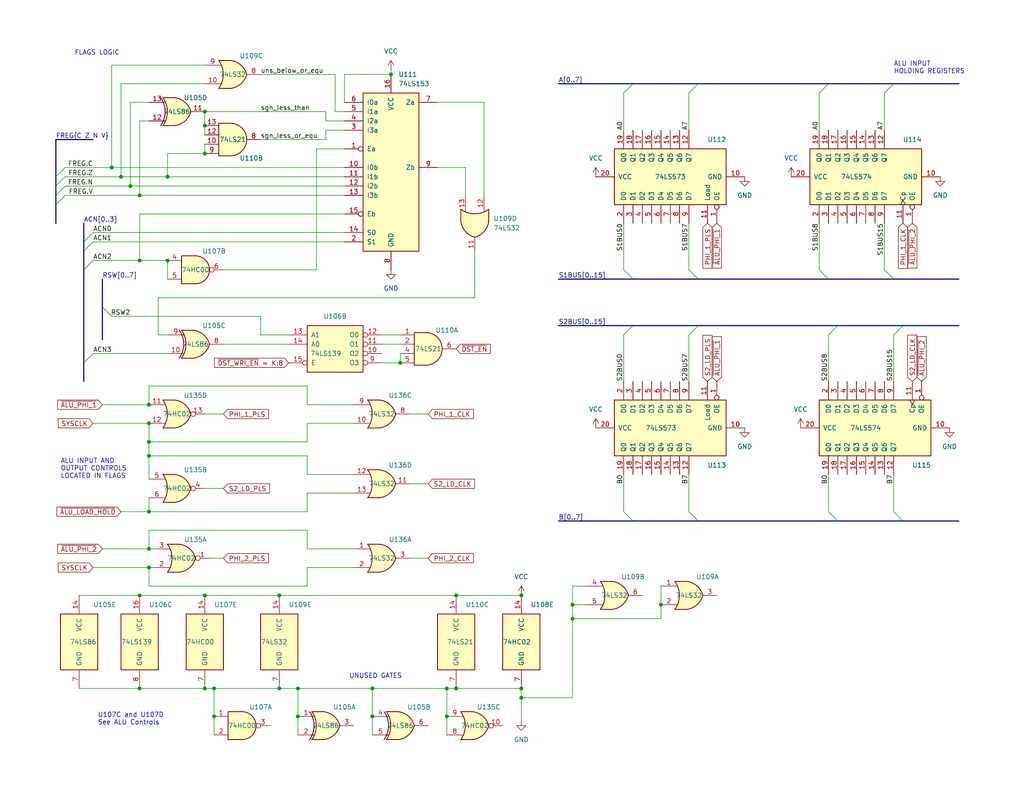
<source format=kicad_sch>
(kicad_sch (version 20230121) (generator eeschema)
  (paper "USLetter")
  (title_block (title "YARC Flag Logic"))
  (lib_symbols
    (symbol "74xx:74HC00" (pin_names (offset 1.016))
      (property "Reference" "U" (at 0 1.27 0))
      (property "Value" "74HC00" (at 0 -1.27 0))
      (symbol "74HC00_1_1"
        (pin input line (at -7.62 2.54 0) (length 3.81) (name "~") (number "1"))
        (pin input line (at -7.62 -2.54 0) (length 3.81) (name "~") (number "2"))
        (pin output inverted (at 7.62 0 180) (length 3.81) (name "~") (number "3"))
      )
      (symbol "74HC00_1_2"
        (pin input inverted (at -7.62 2.54 0) (length 4.318) (name "~") (number "1"))
        (pin input inverted (at -7.62 -2.54 0) (length 4.318) (name "~") (number "2"))
        (pin output line (at 7.62 0 180) (length 3.81) (name "~") (number "3"))
      )
      (symbol "74HC00_2_1"
        (pin input line (at -7.62 2.54 0) (length 3.81) (name "~") (number "4"))
        (pin input line (at -7.62 -2.54 0) (length 3.81) (name "~") (number "5"))
        (pin output inverted (at 7.62 0 180) (length 3.81) (name "~") (number "6"))
      )
      (symbol "74HC00_2_2"
        (pin input inverted (at -7.62 2.54 0) (length 4.318) (name "~") (number "4"))
        (pin input inverted (at -7.62 -2.54 0) (length 4.318) (name "~") (number "5"))
        (pin output line (at 7.62 0 180) (length 3.81) (name "~") (number "6"))
      )
      (symbol "74HC00_3_1"
        (pin input line (at -7.62 -2.54 0) (length 3.81) (name "~") (number "10"))
        (pin output inverted (at 7.62 0 180) (length 3.81) (name "~") (number "8"))
        (pin input line (at -7.62 2.54 0) (length 3.81) (name "~") (number "9"))
      )
      (symbol "74HC00_3_2"
        (pin input inverted (at -7.62 -2.54 0) (length 4.318) (name "~") (number "10"))
        (pin output line (at 7.62 0 180) (length 3.81) (name "~") (number "8"))
        (pin input inverted (at -7.62 2.54 0) (length 4.318) (name "~") (number "9"))
      )
      (symbol "74HC00_4_1"
        (pin output inverted (at 7.62 0 180) (length 3.81) (name "~") (number "11"))
        (pin input line (at -7.62 2.54 0) (length 3.81) (name "~") (number "12"))
        (pin input line (at -7.62 -2.54 0) (length 3.81) (name "~") (number "13"))
      )
      (symbol "74HC00_4_2"
        (pin output line (at 7.62 0 180) (length 3.81) (name "~") (number "11"))
        (pin input inverted (at -7.62 2.54 0) (length 4.318) (name "~") (number "12"))
        (pin input inverted (at -7.62 -2.54 0) (length 4.318) (name "~") (number "13"))
      )
      (symbol "74HC00_5_0"
        (pin power_in line (at 0 12.7 270) (length 5.08) (name "VCC") (number "14"))
        (pin power_in line (at 0 -12.7 90) (length 5.08) (name "GND") (number "7"))
      )
    )
    (symbol "74xx:74HC02" (pin_names (offset 1.016))
      (property "Reference" "U" (at 0 1.27 0))
      (property "Value" "74HC02" (at 0 -1.27 0))
      (symbol "74HC02_1_1"
        (pin output inverted (at 7.62 0 180) (length 3.81) (name "~") (number "1"))
        (pin input line (at -7.62 2.54 0) (length 4.318) (name "~") (number "2"))
        (pin input line (at -7.62 -2.54 0) (length 4.318) (name "~") (number "3"))
      )
      (symbol "74HC02_1_2"
        (pin output line (at 7.62 0 180) (length 3.81) (name "~") (number "1"))
        (pin input inverted (at -7.62 2.54 0) (length 3.81) (name "~") (number "2"))
        (pin input inverted (at -7.62 -2.54 0) (length 3.81) (name "~") (number "3"))
      )
      (symbol "74HC02_2_1"
        (pin output inverted (at 7.62 0 180) (length 3.81) (name "~") (number "4"))
        (pin input line (at -7.62 2.54 0) (length 4.318) (name "~") (number "5"))
        (pin input line (at -7.62 -2.54 0) (length 4.318) (name "~") (number "6"))
      )
      (symbol "74HC02_2_2"
        (pin output line (at 7.62 0 180) (length 3.81) (name "~") (number "4"))
        (pin input inverted (at -7.62 2.54 0) (length 3.81) (name "~") (number "5"))
        (pin input inverted (at -7.62 -2.54 0) (length 3.81) (name "~") (number "6"))
      )
      (symbol "74HC02_3_1"
        (pin output inverted (at 7.62 0 180) (length 3.81) (name "~") (number "10"))
        (pin input line (at -7.62 2.54 0) (length 4.318) (name "~") (number "8"))
        (pin input line (at -7.62 -2.54 0) (length 4.318) (name "~") (number "9"))
      )
      (symbol "74HC02_3_2"
        (pin output line (at 7.62 0 180) (length 3.81) (name "~") (number "10"))
        (pin input inverted (at -7.62 2.54 0) (length 3.81) (name "~") (number "8"))
        (pin input inverted (at -7.62 -2.54 0) (length 3.81) (name "~") (number "9"))
      )
      (symbol "74HC02_4_1"
        (pin input line (at -7.62 2.54 0) (length 4.318) (name "~") (number "11"))
        (pin input line (at -7.62 -2.54 0) (length 4.318) (name "~") (number "12"))
        (pin output inverted (at 7.62 0 180) (length 3.81) (name "~") (number "13"))
      )
      (symbol "74HC02_4_2"
        (pin input inverted (at -7.62 2.54 0) (length 3.81) (name "~") (number "11"))
        (pin input inverted (at -7.62 -2.54 0) (length 3.81) (name "~") (number "12"))
        (pin output line (at 7.62 0 180) (length 3.81) (name "~") (number "13"))
      )
      (symbol "74HC02_5_0"
        (pin power_in line (at 0 12.7 270) (length 5.08) (name "VCC") (number "14"))
        (pin power_in line (at 0 -12.7 90) (length 5.08) (name "GND") (number "7"))
      )
    )
    (symbol "74xx:74LS139" (pin_names (offset 1.016))
      (property "Reference" "U" (at -7.62 8.89 0))
      (property "Value" "74LS139" (at -7.62 -8.89 0))
      (symbol "74LS139_1_0"
        (pin input inverted (at -12.7 -5.08 0) (length 5.08) (name "E") (number "1"))
        (pin input line (at -12.7 0 0) (length 5.08) (name "A0") (number "2"))
        (pin input line (at -12.7 2.54 0) (length 5.08) (name "A1") (number "3"))
        (pin output inverted (at 12.7 2.54 180) (length 5.08) (name "O0") (number "4"))
        (pin output inverted (at 12.7 0 180) (length 5.08) (name "O1") (number "5"))
        (pin output inverted (at 12.7 -2.54 180) (length 5.08) (name "O2") (number "6"))
        (pin output inverted (at 12.7 -5.08 180) (length 5.08) (name "O3") (number "7"))
      )
      (symbol "74LS139_2_0"
        (pin output inverted (at 12.7 -2.54 180) (length 5.08) (name "O2") (number "10"))
        (pin output inverted (at 12.7 0 180) (length 5.08) (name "O1") (number "11"))
        (pin output inverted (at 12.7 2.54 180) (length 5.08) (name "O0") (number "12"))
        (pin input line (at -12.7 2.54 0) (length 5.08) (name "A1") (number "13"))
        (pin input line (at -12.7 0 0) (length 5.08) (name "A0") (number "14"))
        (pin input inverted (at -12.7 -5.08 0) (length 5.08) (name "E") (number "15"))
        (pin output inverted (at 12.7 -5.08 180) (length 5.08) (name "O3") (number "9"))
      )
      (symbol "74LS139_3_0"
        (pin power_in line (at 0 12.7 270) (length 5.08) (name "VCC") (number "16"))
        (pin power_in line (at 0 -12.7 90) (length 5.08) (name "GND") (number "8"))
      )
    )
    (symbol "74xx:74LS153" (pin_names (offset 1.016))
      (property "Reference" "U" (at -7.62 21.59 0))
      (property "Value" "74LS153" (at -7.62 -24.13 0))
      (symbol "74LS153_1_0"
        (pin input inverted (at -12.7 5.08 0) (length 5.08) (name "Ea") (number "1"))
        (pin input line (at -12.7 0 0) (length 5.08) (name "I0b") (number "10"))
        (pin input line (at -12.7 -2.54 0) (length 5.08) (name "I1b") (number "11"))
        (pin input line (at -12.7 -5.08 0) (length 5.08) (name "I2b") (number "12"))
        (pin input line (at -12.7 -7.62 0) (length 5.08) (name "I3b") (number "13"))
        (pin input line (at -12.7 -17.78 0) (length 5.08) (name "S0") (number "14"))
        (pin input inverted (at -12.7 -12.7 0) (length 5.08) (name "Eb") (number "15"))
        (pin power_in line (at 0 25.4 270) (length 5.08) (name "VCC") (number "16"))
        (pin input line (at -12.7 -20.32 0) (length 5.08) (name "S1") (number "2"))
        (pin input line (at -12.7 10.16 0) (length 5.08) (name "I3a") (number "3"))
        (pin input line (at -12.7 12.7 0) (length 5.08) (name "I2a") (number "4"))
        (pin input line (at -12.7 15.24 0) (length 5.08) (name "I1a") (number "5"))
        (pin input line (at -12.7 17.78 0) (length 5.08) (name "I0a") (number "6"))
        (pin output line (at 12.7 17.78 180) (length 5.08) (name "Za") (number "7"))
        (pin power_in line (at 0 -27.94 90) (length 5.08) (name "GND") (number "8"))
        (pin output line (at 12.7 0 180) (length 5.08) (name "Zb") (number "9"))
      )
    )
    (symbol "74xx:74LS21" (pin_names (offset 1.016))
      (property "Reference" "U" (at 0 1.27 0))
      (property "Value" "74LS21" (at 0 -1.27 0))
      (symbol "74LS21_1_1"
        (pin input line (at -7.62 3.81 0) (length 3.81) (name "~") (number "1"))
        (pin input line (at -7.62 1.27 0) (length 3.81) (name "~") (number "2"))
        (pin input line (at -7.62 -1.27 0) (length 3.81) (name "~") (number "4"))
        (pin input line (at -7.62 -3.81 0) (length 3.81) (name "~") (number "5"))
        (pin output line (at 7.62 0 180) (length 3.81) (name "~") (number "6"))
      )
      (symbol "74LS21_1_2"
        (pin input inverted (at -7.62 3.81 0) (length 3.81) (name "~") (number "1"))
        (pin input inverted (at -7.62 1.27 0) (length 4.826) (name "~") (number "2"))
        (pin input inverted (at -7.62 -1.27 0) (length 4.826) (name "~") (number "4"))
        (pin input inverted (at -7.62 -3.81 0) (length 3.81) (name "~") (number "5"))
        (pin output inverted (at 7.62 0 180) (length 3.81) (name "~") (number "6"))
      )
      (symbol "74LS21_2_1"
        (pin input line (at -7.62 1.27 0) (length 3.81) (name "~") (number "10"))
        (pin input line (at -7.62 -1.27 0) (length 3.81) (name "~") (number "12"))
        (pin input line (at -7.62 -3.81 0) (length 3.81) (name "~") (number "13"))
        (pin output line (at 7.62 0 180) (length 3.81) (name "~") (number "8"))
        (pin input line (at -7.62 3.81 0) (length 3.81) (name "~") (number "9"))
      )
      (symbol "74LS21_2_2"
        (pin input inverted (at -7.62 1.27 0) (length 4.826) (name "~") (number "10"))
        (pin input inverted (at -7.62 -1.27 0) (length 4.826) (name "~") (number "12"))
        (pin input inverted (at -7.62 -3.81 0) (length 3.81) (name "~") (number "13"))
        (pin output inverted (at 7.62 0 180) (length 3.81) (name "~") (number "8"))
        (pin input inverted (at -7.62 3.81 0) (length 3.81) (name "~") (number "9"))
      )
      (symbol "74LS21_3_0"
        (pin power_in line (at 0 12.7 270) (length 5.08) (name "VCC") (number "14"))
        (pin power_in line (at 0 -12.7 90) (length 5.08) (name "GND") (number "7"))
      )
    )
    (symbol "74xx:74LS32" (pin_names (offset 1.016))
      (property "Reference" "U" (at 0 1.27 0))
      (property "Value" "74LS32" (at 0 -1.27 0))
      (symbol "74LS32_1_1"
        (pin input line (at -7.62 2.54 0) (length 4.318) (name "~") (number "1"))
        (pin input line (at -7.62 -2.54 0) (length 4.318) (name "~") (number "2"))
        (pin output line (at 7.62 0 180) (length 3.81) (name "~") (number "3"))
      )
      (symbol "74LS32_1_2"
        (pin input inverted (at -7.62 2.54 0) (length 3.81) (name "~") (number "1"))
        (pin input inverted (at -7.62 -2.54 0) (length 3.81) (name "~") (number "2"))
        (pin output inverted (at 7.62 0 180) (length 3.81) (name "~") (number "3"))
      )
      (symbol "74LS32_2_1"
        (pin input line (at -7.62 2.54 0) (length 4.318) (name "~") (number "4"))
        (pin input line (at -7.62 -2.54 0) (length 4.318) (name "~") (number "5"))
        (pin output line (at 7.62 0 180) (length 3.81) (name "~") (number "6"))
      )
      (symbol "74LS32_2_2"
        (pin input inverted (at -7.62 2.54 0) (length 3.81) (name "~") (number "4"))
        (pin input inverted (at -7.62 -2.54 0) (length 3.81) (name "~") (number "5"))
        (pin output inverted (at 7.62 0 180) (length 3.81) (name "~") (number "6"))
      )
      (symbol "74LS32_3_1"
        (pin input line (at -7.62 -2.54 0) (length 4.318) (name "~") (number "10"))
        (pin output line (at 7.62 0 180) (length 3.81) (name "~") (number "8"))
        (pin input line (at -7.62 2.54 0) (length 4.318) (name "~") (number "9"))
      )
      (symbol "74LS32_3_2"
        (pin input inverted (at -7.62 -2.54 0) (length 3.81) (name "~") (number "10"))
        (pin output inverted (at 7.62 0 180) (length 3.81) (name "~") (number "8"))
        (pin input inverted (at -7.62 2.54 0) (length 3.81) (name "~") (number "9"))
      )
      (symbol "74LS32_4_1"
        (pin output line (at 7.62 0 180) (length 3.81) (name "~") (number "11"))
        (pin input line (at -7.62 2.54 0) (length 4.318) (name "~") (number "12"))
        (pin input line (at -7.62 -2.54 0) (length 4.318) (name "~") (number "13"))
      )
      (symbol "74LS32_4_2"
        (pin output inverted (at 7.62 0 180) (length 3.81) (name "~") (number "11"))
        (pin input inverted (at -7.62 2.54 0) (length 3.81) (name "~") (number "12"))
        (pin input inverted (at -7.62 -2.54 0) (length 3.81) (name "~") (number "13"))
      )
      (symbol "74LS32_5_0"
        (pin power_in line (at 0 12.7 270) (length 5.08) (name "VCC") (number "14"))
        (pin power_in line (at 0 -12.7 90) (length 5.08) (name "GND") (number "7"))
      )
    )
    (symbol "74xx:74LS573" (pin_names (offset 1.016))
      (property "Reference" "U" (at -7.62 16.51 0))
      (property "Value" "74LS573" (at -7.62 -16.51 0))
      (symbol "74LS573_1_0"
        (pin input inverted (at -12.7 -12.7 0) (length 5.08) (name "OE") (number "1"))
        (pin power_in line (at 0 -20.32 90) (length 5.08) (name "GND") (number "10"))
        (pin input line (at -12.7 -10.16 0) (length 5.08) (name "Load") (number "11"))
        (pin tri_state line (at 12.7 -5.08 180) (length 5.08) (name "Q7") (number "12"))
        (pin tri_state line (at 12.7 -2.54 180) (length 5.08) (name "Q6") (number "13"))
        (pin tri_state line (at 12.7 0 180) (length 5.08) (name "Q5") (number "14"))
        (pin tri_state line (at 12.7 2.54 180) (length 5.08) (name "Q4") (number "15"))
        (pin tri_state line (at 12.7 5.08 180) (length 5.08) (name "Q3") (number "16"))
        (pin tri_state line (at 12.7 7.62 180) (length 5.08) (name "Q2") (number "17"))
        (pin tri_state line (at 12.7 10.16 180) (length 5.08) (name "Q1") (number "18"))
        (pin tri_state line (at 12.7 12.7 180) (length 5.08) (name "Q0") (number "19"))
        (pin input line (at -12.7 12.7 0) (length 5.08) (name "D0") (number "2"))
        (pin power_in line (at 0 20.32 270) (length 5.08) (name "VCC") (number "20"))
        (pin input line (at -12.7 10.16 0) (length 5.08) (name "D1") (number "3"))
        (pin input line (at -12.7 7.62 0) (length 5.08) (name "D2") (number "4"))
        (pin input line (at -12.7 5.08 0) (length 5.08) (name "D3") (number "5"))
        (pin input line (at -12.7 2.54 0) (length 5.08) (name "D4") (number "6"))
        (pin input line (at -12.7 0 0) (length 5.08) (name "D5") (number "7"))
        (pin input line (at -12.7 -2.54 0) (length 5.08) (name "D6") (number "8"))
        (pin input line (at -12.7 -5.08 0) (length 5.08) (name "D7") (number "9"))
      )
    )
    (symbol "74xx:74LS574" (pin_names (offset 1.016))
      (property "Reference" "U" (at -7.62 16.51 0))
      (property "Value" "74LS574" (at -7.62 -16.51 0))
      (symbol "74LS574_1_0"
        (pin input inverted (at -12.7 -12.7 0) (length 5.08) (name "OE") (number "1"))
        (pin power_in line (at 0 -20.32 90) (length 5.08) (name "GND") (number "10"))
        (pin input clock (at -12.7 -10.16 0) (length 5.08) (name "Cp") (number "11"))
        (pin tri_state line (at 12.7 -5.08 180) (length 5.08) (name "Q7") (number "12"))
        (pin tri_state line (at 12.7 -2.54 180) (length 5.08) (name "Q6") (number "13"))
        (pin tri_state line (at 12.7 0 180) (length 5.08) (name "Q5") (number "14"))
        (pin tri_state line (at 12.7 2.54 180) (length 5.08) (name "Q4") (number "15"))
        (pin tri_state line (at 12.7 5.08 180) (length 5.08) (name "Q3") (number "16"))
        (pin tri_state line (at 12.7 7.62 180) (length 5.08) (name "Q2") (number "17"))
        (pin tri_state line (at 12.7 10.16 180) (length 5.08) (name "Q1") (number "18"))
        (pin tri_state line (at 12.7 12.7 180) (length 5.08) (name "Q0") (number "19"))
        (pin input line (at -12.7 12.7 0) (length 5.08) (name "D0") (number "2"))
        (pin power_in line (at 0 20.32 270) (length 5.08) (name "VCC") (number "20"))
        (pin input line (at -12.7 10.16 0) (length 5.08) (name "D1") (number "3"))
        (pin input line (at -12.7 7.62 0) (length 5.08) (name "D2") (number "4"))
        (pin input line (at -12.7 5.08 0) (length 5.08) (name "D3") (number "5"))
        (pin input line (at -12.7 2.54 0) (length 5.08) (name "D4") (number "6"))
        (pin input line (at -12.7 0 0) (length 5.08) (name "D5") (number "7"))
        (pin input line (at -12.7 -2.54 0) (length 5.08) (name "D6") (number "8"))
        (pin input line (at -12.7 -5.08 0) (length 5.08) (name "D7") (number "9"))
      )
    )
    (symbol "74xx:74LS86" (pin_names (offset 1.016))
      (property "Reference" "U" (at 0 1.27 0))
      (property "Value" "74LS86" (at 0 -1.27 0))
      (symbol "74LS86_1_0"
        (pin input line (at -7.62 2.54 0) (length 4.445) (name "~") (number "1"))
        (pin input line (at -7.62 -2.54 0) (length 4.445) (name "~") (number "2"))
        (pin output line (at 7.62 0 180) (length 3.81) (name "~") (number "3"))
      )
      (symbol "74LS86_2_0"
        (pin input line (at -7.62 2.54 0) (length 4.445) (name "~") (number "4"))
        (pin input line (at -7.62 -2.54 0) (length 4.445) (name "~") (number "5"))
        (pin output line (at 7.62 0 180) (length 3.81) (name "~") (number "6"))
      )
      (symbol "74LS86_3_0"
        (pin input line (at -7.62 -2.54 0) (length 4.445) (name "~") (number "10"))
        (pin output line (at 7.62 0 180) (length 3.81) (name "~") (number "8"))
        (pin input line (at -7.62 2.54 0) (length 4.445) (name "~") (number "9"))
      )
      (symbol "74LS86_4_0"
        (pin output line (at 7.62 0 180) (length 3.81) (name "~") (number "11"))
        (pin input line (at -7.62 2.54 0) (length 4.445) (name "~") (number "12"))
        (pin input line (at -7.62 -2.54 0) (length 4.445) (name "~") (number "13"))
      )
      (symbol "74LS86_5_0"
        (pin power_in line (at 0 12.7 270) (length 5.08) (name "VCC") (number "14"))
        (pin power_in line (at 0 -12.7 90) (length 5.08) (name "GND") (number "7"))
      )
    )
    (symbol "power:GND" (power) (pin_names (offset 0))
      (property "Value" "GND" (at 0 -3.81 0))
      (symbol "GND_1_1"
        (pin power_in line (at 0 0 270) (length 0) hide (name "GND") (number "1"))
      )
    )
    (symbol "power:VCC" (power) (pin_names (offset 0))
      (property "Value" "VCC" (at 0 3.81 0))
      (symbol "VCC_1_1"
        (pin power_in line (at 0 0 90) (length 0) hide (name "VCC") (number "1"))
      )
    )
  )
  (junction (at 109.22 99.06))
  (junction (at 55.88 30.48))
  (junction (at 40.64 110.49))
  (junction (at 45.72 48.26))
  (junction (at 76.2 187.96))
  (junction (at 40.64 149.86))
  (junction (at 40.64 120.65))
  (junction (at 40.64 115.57))
  (junction (at 30.48 45.72))
  (junction (at 76.2 162.56))
  (junction (at 55.88 41.91))
  (junction (at 55.88 162.56))
  (junction (at 40.64 154.94))
  (junction (at 58.42 187.96))
  (junction (at 124.46 187.96))
  (junction (at 55.88 187.96))
  (junction (at 106.68 20.32))
  (junction (at 81.28 187.96))
  (junction (at 180.34 165.1))
  (junction (at 45.72 71.12))
  (junction (at 55.88 34.29))
  (junction (at 38.1 53.34))
  (junction (at 121.92 195.58))
  (junction (at 38.1 187.96))
  (junction (at 101.6 195.58))
  (junction (at 33.02 48.26))
  (junction (at 101.6 187.96))
  (junction (at 38.1 71.12))
  (junction (at 142.24 190.5))
  (junction (at 156.21 165.1))
  (junction (at 124.46 162.56))
  (junction (at 142.24 162.56))
  (junction (at 142.24 187.96))
  (junction (at 81.28 195.58))
  (junction (at 121.92 187.96))
  (junction (at 58.42 195.58))
  (junction (at 40.64 139.7))
  (junction (at 38.1 162.56))
  (junction (at 40.64 124.46))
  (junction (at 35.56 50.8))
  (junction (at 156.21 168.91))
  (bus_entry (at 190.5 88.9) (size -2.54 2.54))
  (bus_entry (at 172.72 76.2) (size -2.54 -2.54))
  (bus_entry (at 172.72 142.24) (size -2.54 -2.54))
  (bus_entry (at 22.86 66.04) (size 2.54 -2.54))
  (bus_entry (at 15.24 55.88) (size 2.54 -2.54))
  (bus_entry (at 190.5 76.2) (size -2.54 -2.54))
  (bus_entry (at 243.84 76.2) (size -2.54 -2.54))
  (bus_entry (at 190.5 142.24) (size -2.54 -2.54))
  (bus_entry (at 228.6 88.9) (size -2.54 2.54))
  (bus_entry (at 27.94 83.82) (size 2.54 2.54))
  (bus_entry (at 15.24 53.34) (size 2.54 -2.54))
  (bus_entry (at 172.72 22.86) (size -2.54 2.54))
  (bus_entry (at 246.38 142.24) (size -2.54 -2.54))
  (bus_entry (at 226.06 76.2) (size -2.54 -2.54))
  (bus_entry (at 246.38 88.9) (size -2.54 2.54))
  (bus_entry (at 190.5 22.86) (size -2.54 2.54))
  (bus_entry (at 22.86 99.06) (size 2.54 -2.54))
  (bus_entry (at 15.24 48.26) (size 2.54 -2.54))
  (bus_entry (at 22.86 68.58) (size 2.54 -2.54))
  (bus_entry (at 243.84 22.86) (size -2.54 2.54))
  (bus_entry (at 15.24 50.8) (size 2.54 -2.54))
  (bus_entry (at 228.6 142.24) (size -2.54 -2.54))
  (bus_entry (at 226.06 22.86) (size -2.54 2.54))
  (bus_entry (at 22.86 73.66) (size 2.54 -2.54))
  (bus_entry (at 172.72 88.9) (size -2.54 2.54))
  (bus (pts (xy 172.72 22.86) (xy 190.5 22.86)))
  (wire (pts (xy 223.52 25.4) (xy 223.52 35.56)))
  (wire (pts (xy 38.1 187.96) (xy 55.88 187.96)))
  (wire (pts (xy 88.9 35.56) (xy 93.98 35.56)))
  (wire (pts (xy 27.94 110.49) (xy 40.64 110.49)))
  (wire (pts (xy 17.78 45.72) (xy 30.48 45.72)))
  (wire (pts (xy 241.3 73.66) (xy 241.3 60.96)))
  (wire (pts (xy 33.02 139.7) (xy 40.64 139.7)))
  (wire (pts (xy 187.96 139.7) (xy 187.96 129.54)))
  (wire (pts (xy 119.38 45.72) (xy 127 45.72)))
  (wire (pts (xy 83.82 105.41) (xy 40.64 105.41)))
  (wire (pts (xy 81.28 195.58) (xy 81.28 187.96)))
  (wire (pts (xy 96.52 149.86) (xy 83.82 149.86)))
  (wire (pts (xy 83.82 120.65) (xy 40.64 120.65)))
  (wire (pts (xy 119.38 27.94) (xy 132.08 27.94)))
  (bus (pts (xy 243.84 76.2) (xy 261.62 76.2)))
  (bus (pts (xy 172.72 142.24) (xy 190.5 142.24)))
  (wire (pts (xy 129.54 81.28) (xy 43.18 81.28)))
  (wire (pts (xy 111.76 152.4) (xy 116.84 152.4)))
  (wire (pts (xy 43.18 91.44) (xy 45.72 91.44)))
  (wire (pts (xy 55.88 133.35) (xy 60.96 133.35)))
  (wire (pts (xy 121.92 195.58) (xy 121.92 187.96)))
  (wire (pts (xy 40.64 115.57) (xy 40.64 120.65)))
  (wire (pts (xy 142.24 190.5) (xy 142.24 187.96)))
  (wire (pts (xy 223.52 73.66) (xy 223.52 60.96)))
  (wire (pts (xy 55.88 187.96) (xy 58.42 187.96)))
  (wire (pts (xy 55.88 162.56) (xy 76.2 162.56)))
  (wire (pts (xy 60.96 93.98) (xy 78.74 93.98)))
  (wire (pts (xy 25.4 96.52) (xy 45.72 96.52)))
  (bus (pts (xy 22.86 66.04) (xy 22.86 68.58)))
  (wire (pts (xy 88.9 35.56) (xy 88.9 38.1)))
  (wire (pts (xy 40.64 124.46) (xy 40.64 130.81)))
  (bus (pts (xy 190.5 142.24) (xy 228.6 142.24)))
  (wire (pts (xy 25.4 66.04) (xy 93.98 66.04)))
  (wire (pts (xy 38.1 162.56) (xy 55.88 162.56)))
  (wire (pts (xy 226.06 91.44) (xy 226.06 104.14)))
  (wire (pts (xy 40.64 33.02) (xy 38.1 33.02)))
  (wire (pts (xy 142.24 187.96) (xy 124.46 187.96)))
  (bus (pts (xy 152.4 88.9) (xy 172.72 88.9)))
  (wire (pts (xy 83.82 139.7) (xy 83.82 134.62)))
  (wire (pts (xy 55.88 39.37) (xy 55.88 41.91)))
  (wire (pts (xy 38.1 33.02) (xy 38.1 53.34)))
  (wire (pts (xy 243.84 139.7) (xy 243.84 129.54)))
  (bus (pts (xy 152.4 76.2) (xy 172.72 76.2)))
  (wire (pts (xy 96.52 110.49) (xy 83.82 110.49)))
  (wire (pts (xy 40.64 27.94) (xy 35.56 27.94)))
  (wire (pts (xy 45.72 76.2) (xy 45.72 71.12)))
  (bus (pts (xy 15.24 38.1) (xy 15.24 48.26)))
  (wire (pts (xy 78.74 91.44) (xy 71.12 91.44)))
  (wire (pts (xy 58.42 187.96) (xy 76.2 187.96)))
  (wire (pts (xy 160.02 165.1) (xy 156.21 165.1)))
  (wire (pts (xy 25.4 115.57) (xy 40.64 115.57)))
  (wire (pts (xy 104.14 93.98) (xy 109.22 93.98)))
  (wire (pts (xy 76.2 187.96) (xy 81.28 187.96)))
  (bus (pts (xy 22.86 73.66) (xy 22.86 99.06)))
  (wire (pts (xy 25.4 71.12) (xy 38.1 71.12)))
  (wire (pts (xy 55.88 41.91) (xy 45.72 41.91)))
  (bus (pts (xy 152.4 142.24) (xy 172.72 142.24)))
  (wire (pts (xy 180.34 165.1) (xy 180.34 168.91)))
  (bus (pts (xy 27.94 76.2) (xy 27.94 83.82)))
  (wire (pts (xy 55.88 36.83) (xy 55.88 34.29)))
  (bus (pts (xy 228.6 88.9) (xy 246.38 88.9)))
  (wire (pts (xy 60.96 73.66) (xy 86.36 73.66)))
  (wire (pts (xy 55.88 17.78) (xy 30.48 17.78)))
  (wire (pts (xy 156.21 165.1) (xy 156.21 168.91)))
  (wire (pts (xy 40.64 149.86) (xy 41.91 149.86)))
  (wire (pts (xy 83.82 149.86) (xy 83.82 144.78)))
  (wire (pts (xy 104.14 91.44) (xy 109.22 91.44)))
  (bus (pts (xy 243.84 22.86) (xy 261.62 22.86)))
  (wire (pts (xy 170.18 25.4) (xy 170.18 35.56)))
  (wire (pts (xy 101.6 195.58) (xy 101.6 187.96)))
  (wire (pts (xy 27.94 149.86) (xy 40.64 149.86)))
  (bus (pts (xy 25.4 38.1) (xy 15.24 38.1)))
  (wire (pts (xy 76.2 162.56) (xy 124.46 162.56)))
  (wire (pts (xy 83.82 144.78) (xy 40.64 144.78)))
  (wire (pts (xy 93.98 58.42) (xy 38.1 58.42)))
  (wire (pts (xy 121.92 200.66) (xy 121.92 195.58)))
  (wire (pts (xy 30.48 17.78) (xy 30.48 45.72)))
  (wire (pts (xy 160.02 160.02) (xy 156.21 160.02)))
  (wire (pts (xy 17.78 53.34) (xy 38.1 53.34)))
  (wire (pts (xy 40.64 139.7) (xy 83.82 139.7)))
  (wire (pts (xy 101.6 200.66) (xy 101.6 195.58)))
  (bus (pts (xy 226.06 22.86) (xy 243.84 22.86)))
  (wire (pts (xy 83.82 110.49) (xy 83.82 105.41)))
  (bus (pts (xy 228.6 142.24) (xy 246.38 142.24)))
  (bus (pts (xy 27.94 83.82) (xy 27.94 92.71)))
  (wire (pts (xy 71.12 20.32) (xy 91.44 20.32)))
  (wire (pts (xy 40.64 105.41) (xy 40.64 110.49)))
  (wire (pts (xy 86.36 73.66) (xy 86.36 40.64)))
  (wire (pts (xy 241.3 25.4) (xy 241.3 35.56)))
  (wire (pts (xy 121.92 187.96) (xy 124.46 187.96)))
  (bus (pts (xy 246.38 142.24) (xy 261.62 142.24)))
  (wire (pts (xy 40.64 144.78) (xy 40.64 149.86)))
  (wire (pts (xy 93.98 20.32) (xy 106.68 20.32)))
  (wire (pts (xy 132.08 27.94) (xy 132.08 53.34)))
  (wire (pts (xy 71.12 91.44) (xy 71.12 86.36)))
  (wire (pts (xy 40.64 120.65) (xy 40.64 124.46)))
  (wire (pts (xy 25.4 154.94) (xy 40.64 154.94)))
  (wire (pts (xy 43.18 81.28) (xy 43.18 91.44)))
  (wire (pts (xy 170.18 73.66) (xy 170.18 60.96)))
  (wire (pts (xy 55.88 113.03) (xy 60.96 113.03)))
  (bus (pts (xy 190.5 76.2) (xy 226.06 76.2)))
  (wire (pts (xy 170.18 139.7) (xy 170.18 129.54)))
  (bus (pts (xy 15.24 50.8) (xy 15.24 53.34)))
  (wire (pts (xy 170.18 91.44) (xy 170.18 104.14)))
  (wire (pts (xy 101.6 187.96) (xy 121.92 187.96)))
  (wire (pts (xy 55.88 30.48) (xy 88.9 30.48)))
  (wire (pts (xy 104.14 99.06) (xy 109.22 99.06)))
  (wire (pts (xy 187.96 91.44) (xy 187.96 104.14)))
  (wire (pts (xy 156.21 190.5) (xy 142.24 190.5)))
  (bus (pts (xy 246.38 88.9) (xy 261.62 88.9)))
  (wire (pts (xy 81.28 200.66) (xy 81.28 195.58)))
  (wire (pts (xy 96.52 115.57) (xy 83.82 115.57)))
  (wire (pts (xy 142.24 196.85) (xy 142.24 190.5)))
  (wire (pts (xy 45.72 48.26) (xy 93.98 48.26)))
  (wire (pts (xy 88.9 33.02) (xy 88.9 30.48)))
  (bus (pts (xy 15.24 48.26) (xy 15.24 50.8)))
  (wire (pts (xy 86.36 40.64) (xy 93.98 40.64)))
  (wire (pts (xy 127 45.72) (xy 127 53.34)))
  (wire (pts (xy 30.48 45.72) (xy 93.98 45.72)))
  (wire (pts (xy 33.02 22.86) (xy 33.02 48.26)))
  (wire (pts (xy 40.64 160.02) (xy 40.64 154.94)))
  (bus (pts (xy 172.72 88.9) (xy 190.5 88.9)))
  (bus (pts (xy 226.06 76.2) (xy 243.84 76.2)))
  (wire (pts (xy 58.42 187.96) (xy 58.42 195.58)))
  (wire (pts (xy 60.96 152.4) (xy 57.15 152.4)))
  (wire (pts (xy 93.98 33.02) (xy 88.9 33.02)))
  (wire (pts (xy 21.59 187.96) (xy 38.1 187.96)))
  (bus (pts (xy 22.86 60.96) (xy 22.86 66.04)))
  (wire (pts (xy 17.78 48.26) (xy 33.02 48.26)))
  (wire (pts (xy 40.64 135.89) (xy 40.64 139.7)))
  (wire (pts (xy 111.76 132.08) (xy 116.84 132.08)))
  (wire (pts (xy 21.59 162.56) (xy 38.1 162.56)))
  (wire (pts (xy 180.34 160.02) (xy 180.34 165.1)))
  (bus (pts (xy 152.4 22.86) (xy 172.72 22.86)))
  (wire (pts (xy 55.88 34.29) (xy 55.88 30.48)))
  (wire (pts (xy 187.96 73.66) (xy 187.96 60.96)))
  (wire (pts (xy 83.82 134.62) (xy 96.52 134.62)))
  (wire (pts (xy 33.02 48.26) (xy 45.72 48.26)))
  (wire (pts (xy 226.06 139.7) (xy 226.06 129.54)))
  (wire (pts (xy 25.4 63.5) (xy 93.98 63.5)))
  (wire (pts (xy 38.1 58.42) (xy 38.1 71.12)))
  (bus (pts (xy 22.86 99.06) (xy 22.86 104.14)))
  (wire (pts (xy 180.34 168.91) (xy 156.21 168.91)))
  (wire (pts (xy 96.52 129.54) (xy 83.82 129.54)))
  (wire (pts (xy 93.98 27.94) (xy 93.98 20.32)))
  (wire (pts (xy 30.48 86.36) (xy 71.12 86.36)))
  (wire (pts (xy 156.21 160.02) (xy 156.21 165.1)))
  (bus (pts (xy 172.72 76.2) (xy 190.5 76.2)))
  (bus (pts (xy 190.5 22.86) (xy 226.06 22.86)))
  (wire (pts (xy 17.78 50.8) (xy 35.56 50.8)))
  (wire (pts (xy 111.76 113.03) (xy 116.84 113.03)))
  (wire (pts (xy 83.82 154.94) (xy 83.82 160.02)))
  (wire (pts (xy 40.64 154.94) (xy 41.91 154.94)))
  (wire (pts (xy 129.54 68.58) (xy 129.54 81.28)))
  (wire (pts (xy 55.88 22.86) (xy 33.02 22.86)))
  (wire (pts (xy 83.82 160.02) (xy 40.64 160.02)))
  (wire (pts (xy 81.28 187.96) (xy 101.6 187.96)))
  (wire (pts (xy 187.96 25.4) (xy 187.96 35.56)))
  (wire (pts (xy 83.82 115.57) (xy 83.82 120.65)))
  (wire (pts (xy 91.44 30.48) (xy 93.98 30.48)))
  (bus (pts (xy 15.24 53.34) (xy 15.24 55.88)))
  (wire (pts (xy 71.12 38.1) (xy 88.9 38.1)))
  (wire (pts (xy 38.1 53.34) (xy 93.98 53.34)))
  (wire (pts (xy 45.72 41.91) (xy 45.72 48.26)))
  (bus (pts (xy 22.86 68.58) (xy 22.86 73.66)))
  (wire (pts (xy 243.84 91.44) (xy 243.84 104.14)))
  (wire (pts (xy 91.44 20.32) (xy 91.44 30.48)))
  (wire (pts (xy 45.72 71.12) (xy 38.1 71.12)))
  (wire (pts (xy 156.21 168.91) (xy 156.21 190.5)))
  (bus (pts (xy 190.5 88.9) (xy 228.6 88.9)))
  (wire (pts (xy 35.56 50.8) (xy 93.98 50.8)))
  (wire (pts (xy 35.56 27.94) (xy 35.56 50.8)))
  (wire (pts (xy 58.42 200.66) (xy 58.42 195.58)))
  (wire (pts (xy 109.22 96.52) (xy 109.22 99.06)))
  (bus (pts (xy 15.24 55.88) (xy 15.24 60.96)))
  (wire (pts (xy 83.82 129.54) (xy 83.82 124.46)))
  (wire (pts (xy 142.24 162.56) (xy 124.46 162.56)))
  (wire (pts (xy 106.68 20.32) (xy 106.68 19.05)))
  (wire (pts (xy 83.82 124.46) (xy 40.64 124.46)))
  (wire (pts (xy 96.52 154.94) (xy 83.82 154.94)))
  (text "ALU INPUT AND\nOUTPUT CONTROLS\nLOCATED IN FLAGS" (at 16.51 130.81 0) (effects (font (size 1.27 1.27)) (justify left bottom)))
  (text "ALU INPUT\nHOLDING REGISTERS" (at 243.84 20.32 0) (effects (font (size 1.27 1.27)) (justify left bottom)))
  (text "U107C and U107D\nSee ALU Controls" (at 26.67 198.12 0) (effects (font (size 1.27 1.27)) (justify left bottom)))
  (text "UNUSED GATES" (at 95.25 185.42 0) (effects (font (size 1.27 1.27)) (justify left bottom)))
  (text "FLAGS LOGIC" (at 20.32 15.24 0) (effects (font (size 1.27 1.27)) (justify left bottom)))
  (label "B0" (at 170.18 129.54 270))
  (label "S1BUS15" (at 241.3 60.96 270))
  (label "S1BUS7" (at 187.96 60.96 270))
  (label "S1BUS8" (at 223.52 60.96 270))
  (label "S2BUS0" (at 170.18 104.14 90))
  (label "ACN[0..3]" (at 22.86 60.96 0))
  (label "sgn_less_than" (at 71.12 30.48 0))
  (label "ACN3" (at 25.4 96.52 0))
  (label "S1BUS[0..15]" (at 152.4 76.2 0))
  (label "RSW2" (at 35.56 86.36 180))
  (label "sgn_less_or_equ" (at 71.12 38.1 0))
  (label "A0" (at 223.52 35.56 90))
  (label "A[0..7]" (at 152.4 22.86 0))
  (label "B7" (at 243.84 129.54 270))
  (label "S2BUS8" (at 226.06 104.14 90))
  (label "FREG.C" (at 25.4 45.72 180))
  (label "A7" (at 187.96 35.56 90))
  (label "A7" (at 241.3 35.56 90))
  (label "RSW[0..7]" (at 27.94 76.2 0))
  (label "B7" (at 187.96 129.54 270))
  (label "ACN2" (at 25.4 71.12 0))
  (label "S2BUS7" (at 187.96 104.14 90))
  (label "FREG{C Z N V}" (at 15.24 38.1 0))
  (label "uns_below_or_equ" (at 71.12 20.32 0))
  (label "B[0..7]" (at 152.4 142.24 0))
  (label "S2BUS15" (at 243.84 104.14 90))
  (label "ACN0" (at 25.4 63.5 0))
  (label "S1BUS0" (at 170.18 60.96 270))
  (label "FREG.N" (at 25.4 50.8 180))
  (label "A0" (at 170.18 35.56 90))
  (label "FREG.Z" (at 25.4 48.26 180))
  (label "ACN1" (at 25.4 66.04 0))
  (label "B0" (at 226.06 129.54 270))
  (label "FREG.V" (at 25.4 53.34 180))
  (label "S2BUS[0..15]" (at 152.4 88.9 0))
  (global_label "PHI_1_CLK" (shape input) (at 116.84 113.03 0) (property "Intersheetrefs" "${INTERSHEET_REFS}" (effects hide)))
  (global_label "~{ALU_PHI_2}" (shape input) (at 251.46 104.14 90) (property "Intersheetrefs" "${INTERSHEET_REFS}" (effects hide)))
  (global_label "~{DST_WRI_EN} = K:8" (shape input) (at 78.74 99.06 180) (property "Intersheetrefs" "${INTERSHEET_REFS}" (effects hide)))
  (global_label "~{ALU_PHI_1}" (shape input) (at 27.94 110.49 180) (property "Intersheetrefs" "${INTERSHEET_REFS}" (effects hide)))
  (global_label "S2_LD_PLS" (shape input) (at 60.96 133.35 0) (property "Intersheetrefs" "${INTERSHEET_REFS}" (effects hide)))
  (global_label "~{ALU_PHI_2}" (shape input) (at 27.94 149.86 180) (property "Intersheetrefs" "${INTERSHEET_REFS}" (effects hide)))
  (global_label "S2_LD_CLK" (shape input) (at 248.92 104.14 90) (property "Intersheetrefs" "${INTERSHEET_REFS}" (effects hide)))
  (global_label "~{ALU_LOAD_HOLD}" (shape input) (at 33.02 139.7 180) (property "Intersheetrefs" "${INTERSHEET_REFS}" (effects hide)))
  (global_label "~{ALU_PHI_2}" (shape input) (at 248.92 60.96 270) (property "Intersheetrefs" "${INTERSHEET_REFS}" (effects hide)))
  (global_label "S2_LD_CLK" (shape input) (at 116.84 132.08 0) (property "Intersheetrefs" "${INTERSHEET_REFS}" (effects hide)))
  (global_label "S2_LD_PLS" (shape input) (at 193.04 104.14 90) (property "Intersheetrefs" "${INTERSHEET_REFS}" (effects hide)))
  (global_label "PHI_2_PLS" (shape input) (at 60.96 152.4 0) (property "Intersheetrefs" "${INTERSHEET_REFS}" (effects hide)))
  (global_label "SYSCLK" (shape input) (at 25.4 115.57 180) (property "Intersheetrefs" "${INTERSHEET_REFS}" (effects hide)))
  (global_label "~{ALU_PHI_1}" (shape input) (at 195.58 104.14 90) (property "Intersheetrefs" "${INTERSHEET_REFS}" (effects hide)))
  (global_label "~{DST_EN}" (shape input) (at 124.46 95.25 0) (property "Intersheetrefs" "${INTERSHEET_REFS}" (effects hide)))
  (global_label "SYSCLK" (shape input) (at 25.4 154.94 180) (property "Intersheetrefs" "${INTERSHEET_REFS}" (effects hide)))
  (global_label "PHI_1_CLK" (shape input) (at 246.38 60.96 270) (property "Intersheetrefs" "${INTERSHEET_REFS}" (effects hide)))
  (global_label "PHI_1_PLS" (shape input) (at 193.04 60.96 270) (property "Intersheetrefs" "${INTERSHEET_REFS}" (effects hide)))
  (global_label "PHI_1_PLS" (shape input) (at 60.96 113.03 0) (property "Intersheetrefs" "${INTERSHEET_REFS}" (effects hide)))
  (global_label "~{ALU_PHI_1}" (shape input) (at 195.58 60.96 270) (property "Intersheetrefs" "${INTERSHEET_REFS}" (effects hide)))
  (global_label "PHI_2_CLK" (shape input) (at 116.84 152.4 0) (property "Intersheetrefs" "${INTERSHEET_REFS}" (effects hide)))
  (symbol (lib_id "74xx:74LS32") (at 167.64 162.56 0) (unit 2)
    (property "Reference" "U109" (at 172.72 157.48 0))
    (property "Value" "74LS32" (at 167.64 162.56 0))
    (property "Datasheet" "http://www.ti.com/lit/gpn/sn74LS32" (effects hide))
  )
  (symbol (lib_id "74xx:74LS86") (at 109.22 198.12 0) (unit 2)
    (property "Reference" "U105" (at 114.3 193.04 0))
    (property "Value" "74LS86" (at 109.22 198.12 0))
    (property "Datasheet" "74xx/74ls86.pdf" (effects hide))
  )
  (symbol (lib_id "74xx:74LS32") (at 187.96 162.56 0) (unit 1)
    (property "Reference" "U109" (at 193.04 157.48 0))
    (property "Value" "74LS32" (at 187.96 162.56 0))
    (property "Datasheet" "http://www.ti.com/lit/gpn/sn74LS32" (effects hide))
  )
  (symbol (lib_id "74xx:74LS86") (at 53.34 93.98 0) (unit 3)
    (property "Reference" "U105" (at 58.42 88.9 0))
    (property "Value" "74LS86" (at 53.34 93.98 0))
    (property "Datasheet" "74xx/74ls86.pdf" (effects hide))
  )
  (symbol (lib_id "74xx:74LS32") (at 63.5 20.32 0) (unit 3)
    (property "Reference" "U109" (at 68.58 15.24 0))
    (property "Value" "74LS32" (at 63.5 20.32 0))
    (property "Datasheet" "http://www.ti.com/lit/gpn/sn74LS32" (effects hide))
  )
  (symbol (lib_id "74xx:74LS573") (at 182.88 48.26 90) (unit 1)
    (property "Reference" "U112" (at 195.58 38.1 90))
    (property "Value" "74LS573" (at 182.88 48.26 90))
    (property "Datasheet" "74xx/74hc573.pdf" (effects hide))
  )
  (symbol (lib_id "74xx:74LS86") (at 88.9 198.12 0) (unit 1)
    (property "Reference" "U105" (at 93.98 193.04 0))
    (property "Value" "74LS86" (at 88.9 198.12 0))
    (property "Datasheet" "74xx/74ls86.pdf" (effects hide))
  )
  (symbol (lib_id "power:GND") (at 142.24 196.85 0) (unit 1)
    (property "Reference" "#PWR0158" (effects hide))
    (property "Value" "GND" (at 142.24 201.93 0))
  )
  (symbol (lib_id "74xx:74LS86") (at 48.26 30.48 0) (mirror x) (unit 4)
    (property "Reference" "U105" (at 53.34 26.67 0))
    (property "Value" "74LS86" (at 48.26 30.48 0))
    (property "Datasheet" "74xx/74ls86.pdf" (effects hide))
  )
  (symbol (lib_id "74xx:74LS21") (at 116.84 95.25 0) (unit 1)
    (property "Reference" "U110" (at 121.92 90.17 0))
    (property "Value" "74LS21" (at 116.84 95.25 0))
    (property "Datasheet" "http://www.ti.com/lit/gpn/sn74LS21" (effects hide))
  )
  (symbol (lib_id "74xx:74LS21") (at 63.5 38.1 0) (mirror x) (unit 2)
    (property "Reference" "U110" (at 68.58 43.18 0))
    (property "Value" "74LS21" (at 63.5 38.1 0))
    (property "Datasheet" "http://www.ti.com/lit/gpn/sn74LS21" (effects hide))
  )
  (symbol (lib_id "74xx:74LS32") (at 104.14 113.03 0) (unit 3)
    (property "Reference" "U136" (at 109.22 107.95 0))
    (property "Value" "74LS32" (at 104.14 113.03 0))
    (property "Datasheet" "http://www.ti.com/lit/gpn/sn74LS32" (effects hide))
  )
  (symbol (lib_id "74xx:74HC00") (at 53.34 73.66 0) (unit 2)
    (property "Reference" "U107" (at 58.42 68.58 0))
    (property "Value" "74HC00" (at 53.34 73.66 0))
    (property "Datasheet" "http://www.ti.com/lit/gpn/sn74hc00" (effects hide))
  )
  (symbol (lib_id "74xx:74LS32") (at 129.54 60.96 270) (unit 4)
    (property "Reference" "U109" (at 134.62 59.6899 90) (effects (justify left)))
    (property "Value" "74LS32" (at 134.62 62.2299 90) (effects (justify left)))
    (property "Datasheet" "http://www.ti.com/lit/gpn/sn74LS32" (effects hide))
  )
  (symbol (lib_id "power:VCC") (at 215.9 48.26 0) (unit 1)
    (property "Reference" "#PWR0179" (effects hide))
    (property "Value" "VCC" (at 215.9 43.18 0))
  )
  (symbol (lib_id "74xx:74HC02") (at 49.53 152.4 0) (mirror x) (unit 1)
    (property "Reference" "U135" (at 53.34 147.32 0))
    (property "Value" "74HC02" (at 49.53 152.4 0))
    (property "Datasheet" "http://www.ti.com/lit/gpn/sn74hc02" (effects hide))
  )
  (symbol (lib_id "74xx:74LS32") (at 104.14 132.08 0) (unit 4)
    (property "Reference" "U136" (at 109.22 127 0))
    (property "Value" "74LS32" (at 104.14 132.08 0))
    (property "Datasheet" "http://www.ti.com/lit/gpn/sn74LS32" (effects hide))
  )
  (symbol (lib_id "74xx:74HC00") (at 55.88 175.26 0) (unit 5)
    (property "Reference" "U107" (at 58.42 165.1 0) (effects (justify left)))
    (property "Value" "74HC00" (at 50.8 175.26 0) (effects (justify left)))
    (property "Datasheet" "http://www.ti.com/lit/gpn/sn74hc00" (effects hide))
  )
  (symbol (lib_id "74xx:74HC00") (at 66.04 198.12 0) (unit 1)
    (property "Reference" "U107" (at 71.12 193.04 0))
    (property "Value" "74HC00" (at 66.04 198.12 0))
    (property "Datasheet" "http://www.ti.com/lit/gpn/sn74hc00" (effects hide))
  )
  (symbol (lib_id "power:VCC") (at 162.56 116.84 0) (unit 1)
    (property "Reference" "#PWR0184" (effects hide))
    (property "Value" "VCC" (at 162.56 111.76 0))
  )
  (symbol (lib_id "74xx:74LS153") (at 106.68 45.72 0) (unit 1)
    (property "Reference" "U111" (at 108.6994 20.32 0) (effects (justify left)))
    (property "Value" "74LS153" (at 108.6994 22.86 0) (effects (justify left)))
    (property "Datasheet" "http://www.ti.com/lit/gpn/sn74LS153" (effects hide))
  )
  (symbol (lib_id "power:GND") (at 203.2 48.26 0) (unit 1)
    (property "Reference" "#PWR0181" (effects hide))
    (property "Value" "GND" (at 203.2 53.34 0))
  )
  (symbol (lib_id "74xx:74LS32") (at 76.2 175.26 0) (unit 5)
    (property "Reference" "U109" (at 78.74 165.1 0) (effects (justify left)))
    (property "Value" "74LS32" (at 71.12 175.26 0) (effects (justify left)))
    (property "Datasheet" "http://www.ti.com/lit/gpn/sn74LS32" (effects hide))
  )
  (symbol (lib_id "power:VCC") (at 218.44 116.84 0) (unit 1)
    (property "Reference" "#PWR0185" (effects hide))
    (property "Value" "VCC" (at 218.44 111.76 0))
  )
  (symbol (lib_id "power:GND") (at 256.54 48.26 0) (unit 1)
    (property "Reference" "#PWR0180" (effects hide))
    (property "Value" "GND" (at 256.54 53.34 0))
  )
  (symbol (lib_id "power:GND") (at 106.68 73.66 0) (unit 1)
    (property "Reference" "#PWR0182" (effects hide))
    (property "Value" "GND" (at 106.68 78.74 0))
  )
  (symbol (lib_id "power:VCC") (at 142.24 162.56 0) (unit 1)
    (property "Reference" "#PWR0178" (effects hide))
    (property "Value" "VCC" (at 142.24 157.48 0))
  )
  (symbol (lib_id "power:VCC") (at 162.56 48.26 0) (unit 1)
    (property "Reference" "#PWR0183" (effects hide))
    (property "Value" "VCC" (at 162.56 43.18 0))
  )
  (symbol (lib_id "74xx:74LS32") (at 104.14 152.4 0) (unit 1)
    (property "Reference" "U136" (at 109.22 147.32 0))
    (property "Value" "74LS32" (at 104.14 152.4 0))
    (property "Datasheet" "http://www.ti.com/lit/gpn/sn74LS32" (effects hide))
  )
  (symbol (lib_id "power:GND") (at 259.08 116.84 0) (unit 1)
    (property "Reference" "#PWR0187" (effects hide))
    (property "Value" "GND" (at 259.08 121.92 0))
  )
  (symbol (lib_id "74xx:74LS139") (at 91.44 93.98 0) (unit 2)
    (property "Reference" "U106" (at 91.44 86.36 0))
    (property "Value" "74LS139" (at 88.9 96.52 0))
    (property "Datasheet" "http://www.ti.com/lit/ds/symlink/sn74ls139a.pdf" (effects hide))
  )
  (symbol (lib_id "74xx:74LS139") (at 38.1 175.26 0) (unit 3)
    (property "Reference" "U106" (at 40.64 165.1 0) (effects (justify left)))
    (property "Value" "74LS139" (at 33.02 175.26 0) (effects (justify left)))
    (property "Datasheet" "http://www.ti.com/lit/ds/symlink/sn74ls139a.pdf" (effects hide))
  )
  (symbol (lib_id "74xx:74LS86") (at 21.59 175.26 0) (unit 5)
    (property "Reference" "U105" (at 25.4 165.1 0) (effects (justify left)))
    (property "Value" "74LS86" (at 19.05 175.26 0) (effects (justify left)))
    (property "Datasheet" "74xx/74ls86.pdf" (effects hide))
  )
  (symbol (lib_id "power:VCC") (at 106.68 19.05 0) (unit 1)
    (property "Reference" "#PWR0176" (effects hide))
    (property "Value" "VCC" (at 106.68 13.97 0))
  )
  (symbol (lib_id "74xx:74HC02") (at 142.24 175.26 0) (unit 5)
    (property "Reference" "U108" (at 144.78 165.1 0) (effects (justify left)))
    (property "Value" "74HC02" (at 137.16 175.26 0) (effects (justify left)))
    (property "Datasheet" "http://www.ti.com/lit/gpn/sn74hc02" (effects hide))
  )
  (symbol (lib_id "74xx:74HC02") (at 129.54 198.12 0) (mirror x) (unit 3)
    (property "Reference" "U135" (at 133.35 193.04 0))
    (property "Value" "74HC02" (at 129.54 198.12 0))
    (property "Datasheet" "http://www.ti.com/lit/gpn/sn74hc02" (effects hide))
  )
  (symbol (lib_id "74xx:74HC02") (at 48.26 133.35 0) (unit 2)
    (property "Reference" "U135" (at 53.34 128.27 0))
    (property "Value" "74HC02" (at 48.26 133.35 0))
    (property "Datasheet" "http://www.ti.com/lit/gpn/sn74hc02" (effects hide))
  )
  (symbol (lib_id "74xx:74LS574") (at 236.22 48.26 90) (unit 1)
    (property "Reference" "U114" (at 248.92 38.1 90))
    (property "Value" "74LS574" (at 233.68 48.26 90))
    (property "Datasheet" "http://www.ti.com/lit/gpn/sn74LS574" (effects hide))
  )
  (symbol (lib_id "74xx:74LS573") (at 182.88 116.84 90) (mirror x) (unit 1)
    (property "Reference" "U113" (at 195.58 127 90))
    (property "Value" "74LS573" (at 180.34 116.84 90))
    (property "Datasheet" "74xx/74hc573.pdf" (effects hide))
  )
  (symbol (lib_id "74xx:74LS21") (at 124.46 175.26 0) (unit 3)
    (property "Reference" "U110" (at 127 165.1 0) (effects (justify left)))
    (property "Value" "74LS21" (at 121.92 175.26 0) (effects (justify left)))
    (property "Datasheet" "http://www.ti.com/lit/gpn/sn74LS21" (effects hide))
  )
  (symbol (lib_id "74xx:74HC02") (at 48.26 113.03 0) (unit 4)
    (property "Reference" "U135" (at 53.34 107.95 0))
    (property "Value" "74HC02" (at 48.26 113.03 0))
    (property "Datasheet" "http://www.ti.com/lit/gpn/sn74hc02" (effects hide))
  )
  (symbol (lib_id "power:GND") (at 203.2 116.84 0) (unit 1)
    (property "Reference" "#PWR0186" (effects hide))
    (property "Value" "GND" (at 203.2 121.92 0))
  )
  (symbol (lib_id "74xx:74LS574") (at 238.76 116.84 90) (mirror x) (unit 1)
    (property "Reference" "U115" (at 251.46 127 90))
    (property "Value" "74LS574" (at 236.22 116.84 90))
    (property "Datasheet" "http://www.ti.com/lit/gpn/sn74LS574" (effects hide))
  )
)
</source>
